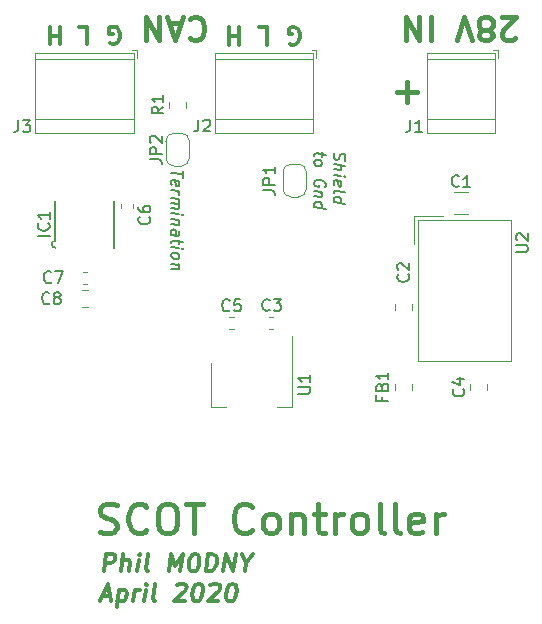
<source format=gbr>
G04 #@! TF.GenerationSoftware,KiCad,Pcbnew,5.1.5-52549c5~86~ubuntu18.04.1*
G04 #@! TF.CreationDate,2020-04-19T01:33:55+01:00*
G04 #@! TF.ProjectId,scot-controller,73636f74-2d63-46f6-9e74-726f6c6c6572,rev?*
G04 #@! TF.SameCoordinates,Original*
G04 #@! TF.FileFunction,Legend,Top*
G04 #@! TF.FilePolarity,Positive*
%FSLAX46Y46*%
G04 Gerber Fmt 4.6, Leading zero omitted, Abs format (unit mm)*
G04 Created by KiCad (PCBNEW 5.1.5-52549c5~86~ubuntu18.04.1) date 2020-04-19 01:33:55*
%MOMM*%
%LPD*%
G04 APERTURE LIST*
%ADD10C,0.150000*%
%ADD11C,0.300000*%
%ADD12C,0.450000*%
%ADD13C,0.400000*%
%ADD14C,0.120000*%
G04 APERTURE END LIST*
D10*
X211926419Y-78719510D02*
X211926419Y-79290938D01*
X210926419Y-78880224D02*
X211926419Y-79005224D01*
X210974038Y-79886176D02*
X210926419Y-79784986D01*
X210926419Y-79594510D01*
X210974038Y-79505224D01*
X211069276Y-79469510D01*
X211450228Y-79517129D01*
X211545466Y-79576652D01*
X211593085Y-79677843D01*
X211593085Y-79868319D01*
X211545466Y-79957605D01*
X211450228Y-79993319D01*
X211354990Y-79981414D01*
X211259752Y-79493319D01*
X210926419Y-80356414D02*
X211593085Y-80439748D01*
X211402609Y-80415938D02*
X211497847Y-80475462D01*
X211545466Y-80529033D01*
X211593085Y-80630224D01*
X211593085Y-80725462D01*
X210926419Y-80975462D02*
X211593085Y-81058795D01*
X211497847Y-81046891D02*
X211545466Y-81100462D01*
X211593085Y-81201652D01*
X211593085Y-81344510D01*
X211545466Y-81433795D01*
X211450228Y-81469510D01*
X210926419Y-81404033D01*
X211450228Y-81469510D02*
X211545466Y-81529033D01*
X211593085Y-81630224D01*
X211593085Y-81773081D01*
X211545466Y-81862367D01*
X211450228Y-81898081D01*
X210926419Y-81832605D01*
X210926419Y-82308795D02*
X211593085Y-82392129D01*
X211926419Y-82433795D02*
X211878800Y-82380224D01*
X211831180Y-82421891D01*
X211878800Y-82475462D01*
X211926419Y-82433795D01*
X211831180Y-82421891D01*
X211593085Y-82868319D02*
X210926419Y-82784986D01*
X211497847Y-82856414D02*
X211545466Y-82909986D01*
X211593085Y-83011176D01*
X211593085Y-83154033D01*
X211545466Y-83243319D01*
X211450228Y-83279033D01*
X210926419Y-83213557D01*
X210926419Y-84118319D02*
X211450228Y-84183795D01*
X211545466Y-84148081D01*
X211593085Y-84058795D01*
X211593085Y-83868319D01*
X211545466Y-83767129D01*
X210974038Y-84124272D02*
X210926419Y-84023081D01*
X210926419Y-83784986D01*
X210974038Y-83695700D01*
X211069276Y-83659986D01*
X211164514Y-83671891D01*
X211259752Y-83731414D01*
X211307371Y-83832605D01*
X211307371Y-84070700D01*
X211354990Y-84171891D01*
X211593085Y-84534986D02*
X211593085Y-84915938D01*
X211926419Y-84719510D02*
X211069276Y-84612367D01*
X210974038Y-84648081D01*
X210926419Y-84737367D01*
X210926419Y-84832605D01*
X210926419Y-85165938D02*
X211593085Y-85249272D01*
X211926419Y-85290938D02*
X211878800Y-85237367D01*
X211831180Y-85279033D01*
X211878800Y-85332605D01*
X211926419Y-85290938D01*
X211831180Y-85279033D01*
X210926419Y-85784986D02*
X210974038Y-85695700D01*
X211021657Y-85654033D01*
X211116895Y-85618319D01*
X211402609Y-85654033D01*
X211497847Y-85713557D01*
X211545466Y-85767129D01*
X211593085Y-85868319D01*
X211593085Y-86011176D01*
X211545466Y-86100462D01*
X211497847Y-86142129D01*
X211402609Y-86177843D01*
X211116895Y-86142129D01*
X211021657Y-86082605D01*
X210974038Y-86029033D01*
X210926419Y-85927843D01*
X210926419Y-85784986D01*
X211593085Y-86630224D02*
X210926419Y-86546891D01*
X211497847Y-86618319D02*
X211545466Y-86671891D01*
X211593085Y-86773081D01*
X211593085Y-86915938D01*
X211545466Y-87005224D01*
X211450228Y-87040938D01*
X210926419Y-86975462D01*
X224702238Y-77160280D02*
X224654619Y-77297185D01*
X224654619Y-77535280D01*
X224702238Y-77636471D01*
X224749857Y-77690042D01*
X224845095Y-77749566D01*
X224940333Y-77761471D01*
X225035571Y-77725757D01*
X225083190Y-77684090D01*
X225130809Y-77594804D01*
X225178428Y-77410280D01*
X225226047Y-77320995D01*
X225273666Y-77279328D01*
X225368904Y-77243614D01*
X225464142Y-77255519D01*
X225559380Y-77315042D01*
X225607000Y-77368614D01*
X225654619Y-77469804D01*
X225654619Y-77707900D01*
X225607000Y-77844804D01*
X224654619Y-78154328D02*
X225654619Y-78279328D01*
X224654619Y-78582900D02*
X225178428Y-78648376D01*
X225273666Y-78612661D01*
X225321285Y-78523376D01*
X225321285Y-78380519D01*
X225273666Y-78279328D01*
X225226047Y-78225757D01*
X224654619Y-79059090D02*
X225321285Y-79142423D01*
X225654619Y-79184090D02*
X225607000Y-79130519D01*
X225559380Y-79172185D01*
X225607000Y-79225757D01*
X225654619Y-79184090D01*
X225559380Y-79172185D01*
X224702238Y-79922185D02*
X224654619Y-79820995D01*
X224654619Y-79630519D01*
X224702238Y-79541233D01*
X224797476Y-79505519D01*
X225178428Y-79553138D01*
X225273666Y-79612661D01*
X225321285Y-79713852D01*
X225321285Y-79904328D01*
X225273666Y-79993614D01*
X225178428Y-80029328D01*
X225083190Y-80017423D01*
X224987952Y-79529328D01*
X224654619Y-80535280D02*
X224702238Y-80445995D01*
X224797476Y-80410280D01*
X225654619Y-80517423D01*
X224654619Y-81344804D02*
X225654619Y-81469804D01*
X224702238Y-81350757D02*
X224654619Y-81249566D01*
X224654619Y-81059090D01*
X224702238Y-80969804D01*
X224749857Y-80928138D01*
X224845095Y-80892423D01*
X225130809Y-80928138D01*
X225226047Y-80987661D01*
X225273666Y-81041233D01*
X225321285Y-81142423D01*
X225321285Y-81332900D01*
X225273666Y-81422185D01*
X223671285Y-77142423D02*
X223671285Y-77523376D01*
X224004619Y-77326947D02*
X223147476Y-77219804D01*
X223052238Y-77255519D01*
X223004619Y-77344804D01*
X223004619Y-77440042D01*
X223004619Y-77916233D02*
X223052238Y-77826947D01*
X223099857Y-77785280D01*
X223195095Y-77749566D01*
X223480809Y-77785280D01*
X223576047Y-77844804D01*
X223623666Y-77898376D01*
X223671285Y-77999566D01*
X223671285Y-78142423D01*
X223623666Y-78231709D01*
X223576047Y-78273376D01*
X223480809Y-78309090D01*
X223195095Y-78273376D01*
X223099857Y-78213852D01*
X223052238Y-78160280D01*
X223004619Y-78059090D01*
X223004619Y-77916233D01*
X223957000Y-80082900D02*
X224004619Y-79993614D01*
X224004619Y-79850757D01*
X223957000Y-79701947D01*
X223861761Y-79594804D01*
X223766523Y-79535280D01*
X223576047Y-79463852D01*
X223433190Y-79445995D01*
X223242714Y-79469804D01*
X223147476Y-79505519D01*
X223052238Y-79588852D01*
X223004619Y-79725757D01*
X223004619Y-79820995D01*
X223052238Y-79969804D01*
X223099857Y-80023376D01*
X223433190Y-80065042D01*
X223433190Y-79874566D01*
X223671285Y-80523376D02*
X223004619Y-80440042D01*
X223576047Y-80511471D02*
X223623666Y-80565042D01*
X223671285Y-80666233D01*
X223671285Y-80809090D01*
X223623666Y-80898376D01*
X223528428Y-80934090D01*
X223004619Y-80868614D01*
X223004619Y-81773376D02*
X224004619Y-81898376D01*
X223052238Y-81779328D02*
X223004619Y-81678138D01*
X223004619Y-81487661D01*
X223052238Y-81398376D01*
X223099857Y-81356709D01*
X223195095Y-81320995D01*
X223480809Y-81356709D01*
X223576047Y-81416233D01*
X223623666Y-81469804D01*
X223671285Y-81570995D01*
X223671285Y-81761471D01*
X223623666Y-81850757D01*
D11*
X220942742Y-67933000D02*
X221085600Y-68004428D01*
X221299885Y-68004428D01*
X221514171Y-67933000D01*
X221657028Y-67790142D01*
X221728457Y-67647285D01*
X221799885Y-67361571D01*
X221799885Y-67147285D01*
X221728457Y-66861571D01*
X221657028Y-66718714D01*
X221514171Y-66575857D01*
X221299885Y-66504428D01*
X221157028Y-66504428D01*
X220942742Y-66575857D01*
X220871314Y-66647285D01*
X220871314Y-67147285D01*
X221157028Y-67147285D01*
X218331314Y-66504428D02*
X219045600Y-66504428D01*
X219045600Y-68004428D01*
X216684171Y-66504428D02*
X216684171Y-68004428D01*
X216684171Y-67290142D02*
X215827028Y-67290142D01*
X215827028Y-66504428D02*
X215827028Y-68004428D01*
X205728142Y-67907600D02*
X205871000Y-67979028D01*
X206085285Y-67979028D01*
X206299571Y-67907600D01*
X206442428Y-67764742D01*
X206513857Y-67621885D01*
X206585285Y-67336171D01*
X206585285Y-67121885D01*
X206513857Y-66836171D01*
X206442428Y-66693314D01*
X206299571Y-66550457D01*
X206085285Y-66479028D01*
X205942428Y-66479028D01*
X205728142Y-66550457D01*
X205656714Y-66621885D01*
X205656714Y-67121885D01*
X205942428Y-67121885D01*
X203091314Y-66479028D02*
X203805600Y-66479028D01*
X203805600Y-67979028D01*
X201469571Y-66479028D02*
X201469571Y-67979028D01*
X201469571Y-67264742D02*
X200612428Y-67264742D01*
X200612428Y-66479028D02*
X200612428Y-67979028D01*
D12*
X204883090Y-109266704D02*
X205240233Y-109385752D01*
X205835471Y-109385752D01*
X206073566Y-109266704D01*
X206192614Y-109147657D01*
X206311661Y-108909561D01*
X206311661Y-108671466D01*
X206192614Y-108433371D01*
X206073566Y-108314323D01*
X205835471Y-108195276D01*
X205359280Y-108076228D01*
X205121185Y-107957180D01*
X205002138Y-107838133D01*
X204883090Y-107600038D01*
X204883090Y-107361942D01*
X205002138Y-107123847D01*
X205121185Y-107004800D01*
X205359280Y-106885752D01*
X205954519Y-106885752D01*
X206311661Y-107004800D01*
X208811661Y-109147657D02*
X208692614Y-109266704D01*
X208335471Y-109385752D01*
X208097376Y-109385752D01*
X207740233Y-109266704D01*
X207502138Y-109028609D01*
X207383090Y-108790514D01*
X207264042Y-108314323D01*
X207264042Y-107957180D01*
X207383090Y-107480990D01*
X207502138Y-107242895D01*
X207740233Y-107004800D01*
X208097376Y-106885752D01*
X208335471Y-106885752D01*
X208692614Y-107004800D01*
X208811661Y-107123847D01*
X210359280Y-106885752D02*
X210835471Y-106885752D01*
X211073566Y-107004800D01*
X211311661Y-107242895D01*
X211430709Y-107719085D01*
X211430709Y-108552419D01*
X211311661Y-109028609D01*
X211073566Y-109266704D01*
X210835471Y-109385752D01*
X210359280Y-109385752D01*
X210121185Y-109266704D01*
X209883090Y-109028609D01*
X209764042Y-108552419D01*
X209764042Y-107719085D01*
X209883090Y-107242895D01*
X210121185Y-107004800D01*
X210359280Y-106885752D01*
X212144995Y-106885752D02*
X213573566Y-106885752D01*
X212859280Y-109385752D02*
X212859280Y-106885752D01*
X217740233Y-109147657D02*
X217621185Y-109266704D01*
X217264042Y-109385752D01*
X217025947Y-109385752D01*
X216668804Y-109266704D01*
X216430709Y-109028609D01*
X216311661Y-108790514D01*
X216192614Y-108314323D01*
X216192614Y-107957180D01*
X216311661Y-107480990D01*
X216430709Y-107242895D01*
X216668804Y-107004800D01*
X217025947Y-106885752D01*
X217264042Y-106885752D01*
X217621185Y-107004800D01*
X217740233Y-107123847D01*
X219168804Y-109385752D02*
X218930709Y-109266704D01*
X218811661Y-109147657D01*
X218692614Y-108909561D01*
X218692614Y-108195276D01*
X218811661Y-107957180D01*
X218930709Y-107838133D01*
X219168804Y-107719085D01*
X219525947Y-107719085D01*
X219764042Y-107838133D01*
X219883090Y-107957180D01*
X220002138Y-108195276D01*
X220002138Y-108909561D01*
X219883090Y-109147657D01*
X219764042Y-109266704D01*
X219525947Y-109385752D01*
X219168804Y-109385752D01*
X221073566Y-107719085D02*
X221073566Y-109385752D01*
X221073566Y-107957180D02*
X221192614Y-107838133D01*
X221430709Y-107719085D01*
X221787852Y-107719085D01*
X222025947Y-107838133D01*
X222144995Y-108076228D01*
X222144995Y-109385752D01*
X222978328Y-107719085D02*
X223930709Y-107719085D01*
X223335471Y-106885752D02*
X223335471Y-109028609D01*
X223454519Y-109266704D01*
X223692614Y-109385752D01*
X223930709Y-109385752D01*
X224764042Y-109385752D02*
X224764042Y-107719085D01*
X224764042Y-108195276D02*
X224883090Y-107957180D01*
X225002138Y-107838133D01*
X225240233Y-107719085D01*
X225478328Y-107719085D01*
X226668804Y-109385752D02*
X226430709Y-109266704D01*
X226311661Y-109147657D01*
X226192614Y-108909561D01*
X226192614Y-108195276D01*
X226311661Y-107957180D01*
X226430709Y-107838133D01*
X226668804Y-107719085D01*
X227025947Y-107719085D01*
X227264042Y-107838133D01*
X227383090Y-107957180D01*
X227502138Y-108195276D01*
X227502138Y-108909561D01*
X227383090Y-109147657D01*
X227264042Y-109266704D01*
X227025947Y-109385752D01*
X226668804Y-109385752D01*
X228930709Y-109385752D02*
X228692614Y-109266704D01*
X228573566Y-109028609D01*
X228573566Y-106885752D01*
X230240233Y-109385752D02*
X230002138Y-109266704D01*
X229883090Y-109028609D01*
X229883090Y-106885752D01*
X232144995Y-109266704D02*
X231906900Y-109385752D01*
X231430709Y-109385752D01*
X231192614Y-109266704D01*
X231073566Y-109028609D01*
X231073566Y-108076228D01*
X231192614Y-107838133D01*
X231430709Y-107719085D01*
X231906900Y-107719085D01*
X232144995Y-107838133D01*
X232264042Y-108076228D01*
X232264042Y-108314323D01*
X231073566Y-108552419D01*
X233335471Y-109385752D02*
X233335471Y-107719085D01*
X233335471Y-108195276D02*
X233454519Y-107957180D01*
X233573566Y-107838133D01*
X233811661Y-107719085D01*
X234049757Y-107719085D01*
D11*
X205038614Y-114727800D02*
X205752900Y-114727800D01*
X204842185Y-115156371D02*
X205529685Y-113656371D01*
X205842185Y-115156371D01*
X206467185Y-114156371D02*
X206279685Y-115656371D01*
X206458257Y-114227800D02*
X206610042Y-114156371D01*
X206895757Y-114156371D01*
X207029685Y-114227800D01*
X207092185Y-114299228D01*
X207145757Y-114442085D01*
X207092185Y-114870657D01*
X207002900Y-115013514D01*
X206922542Y-115084942D01*
X206770757Y-115156371D01*
X206485042Y-115156371D01*
X206351114Y-115084942D01*
X207699328Y-115156371D02*
X207824328Y-114156371D01*
X207788614Y-114442085D02*
X207877900Y-114299228D01*
X207958257Y-114227800D01*
X208110042Y-114156371D01*
X208252900Y-114156371D01*
X208627900Y-115156371D02*
X208752900Y-114156371D01*
X208815400Y-113656371D02*
X208735042Y-113727800D01*
X208797542Y-113799228D01*
X208877900Y-113727800D01*
X208815400Y-113656371D01*
X208797542Y-113799228D01*
X209556471Y-115156371D02*
X209422542Y-115084942D01*
X209368971Y-114942085D01*
X209529685Y-113656371D01*
X211368971Y-113799228D02*
X211449328Y-113727800D01*
X211601114Y-113656371D01*
X211958257Y-113656371D01*
X212092185Y-113727800D01*
X212154685Y-113799228D01*
X212208257Y-113942085D01*
X212190400Y-114084942D01*
X212092185Y-114299228D01*
X211127900Y-115156371D01*
X212056471Y-115156371D01*
X213172542Y-113656371D02*
X213315400Y-113656371D01*
X213449328Y-113727800D01*
X213511828Y-113799228D01*
X213565400Y-113942085D01*
X213601114Y-114227800D01*
X213556471Y-114584942D01*
X213449328Y-114870657D01*
X213360042Y-115013514D01*
X213279685Y-115084942D01*
X213127900Y-115156371D01*
X212985042Y-115156371D01*
X212851114Y-115084942D01*
X212788614Y-115013514D01*
X212735042Y-114870657D01*
X212699328Y-114584942D01*
X212743971Y-114227800D01*
X212851114Y-113942085D01*
X212940400Y-113799228D01*
X213020757Y-113727800D01*
X213172542Y-113656371D01*
X214226114Y-113799228D02*
X214306471Y-113727800D01*
X214458257Y-113656371D01*
X214815400Y-113656371D01*
X214949328Y-113727800D01*
X215011828Y-113799228D01*
X215065400Y-113942085D01*
X215047542Y-114084942D01*
X214949328Y-114299228D01*
X213985042Y-115156371D01*
X214913614Y-115156371D01*
X216029685Y-113656371D02*
X216172542Y-113656371D01*
X216306471Y-113727800D01*
X216368971Y-113799228D01*
X216422542Y-113942085D01*
X216458257Y-114227800D01*
X216413614Y-114584942D01*
X216306471Y-114870657D01*
X216217185Y-115013514D01*
X216136828Y-115084942D01*
X215985042Y-115156371D01*
X215842185Y-115156371D01*
X215708257Y-115084942D01*
X215645757Y-115013514D01*
X215592185Y-114870657D01*
X215556471Y-114584942D01*
X215601114Y-114227800D01*
X215708257Y-113942085D01*
X215797542Y-113799228D01*
X215877900Y-113727800D01*
X216029685Y-113656371D01*
X205183471Y-112616371D02*
X205370971Y-111116371D01*
X205942400Y-111116371D01*
X206076328Y-111187800D01*
X206138828Y-111259228D01*
X206192400Y-111402085D01*
X206165614Y-111616371D01*
X206076328Y-111759228D01*
X205995971Y-111830657D01*
X205844185Y-111902085D01*
X205272757Y-111902085D01*
X206683471Y-112616371D02*
X206870971Y-111116371D01*
X207326328Y-112616371D02*
X207424542Y-111830657D01*
X207370971Y-111687800D01*
X207237042Y-111616371D01*
X207022757Y-111616371D01*
X206870971Y-111687800D01*
X206790614Y-111759228D01*
X208040614Y-112616371D02*
X208165614Y-111616371D01*
X208228114Y-111116371D02*
X208147757Y-111187800D01*
X208210257Y-111259228D01*
X208290614Y-111187800D01*
X208228114Y-111116371D01*
X208210257Y-111259228D01*
X208969185Y-112616371D02*
X208835257Y-112544942D01*
X208781685Y-112402085D01*
X208942400Y-111116371D01*
X210683471Y-112616371D02*
X210870971Y-111116371D01*
X211237042Y-112187800D01*
X211870971Y-111116371D01*
X211683471Y-112616371D01*
X212870971Y-111116371D02*
X213013828Y-111116371D01*
X213147757Y-111187800D01*
X213210257Y-111259228D01*
X213263828Y-111402085D01*
X213299542Y-111687800D01*
X213254900Y-112044942D01*
X213147757Y-112330657D01*
X213058471Y-112473514D01*
X212978114Y-112544942D01*
X212826328Y-112616371D01*
X212683471Y-112616371D01*
X212549542Y-112544942D01*
X212487042Y-112473514D01*
X212433471Y-112330657D01*
X212397757Y-112044942D01*
X212442400Y-111687800D01*
X212549542Y-111402085D01*
X212638828Y-111259228D01*
X212719185Y-111187800D01*
X212870971Y-111116371D01*
X213826328Y-112616371D02*
X214013828Y-111116371D01*
X214370971Y-111116371D01*
X214576328Y-111187800D01*
X214701328Y-111330657D01*
X214754900Y-111473514D01*
X214790614Y-111759228D01*
X214763828Y-111973514D01*
X214656685Y-112259228D01*
X214567400Y-112402085D01*
X214406685Y-112544942D01*
X214183471Y-112616371D01*
X213826328Y-112616371D01*
X215326328Y-112616371D02*
X215513828Y-111116371D01*
X216183471Y-112616371D01*
X216370971Y-111116371D01*
X217272757Y-111902085D02*
X217183471Y-112616371D01*
X216870971Y-111116371D02*
X217272757Y-111902085D01*
X217870971Y-111116371D01*
D13*
X231698800Y-72059800D02*
X229997000Y-72059800D01*
X230835200Y-71196200D02*
X230835200Y-72898000D01*
X240023066Y-67452761D02*
X239927828Y-67548000D01*
X239737352Y-67643238D01*
X239261161Y-67643238D01*
X239070685Y-67548000D01*
X238975447Y-67452761D01*
X238880209Y-67262285D01*
X238880209Y-67071809D01*
X238975447Y-66786095D01*
X240118304Y-65643238D01*
X238880209Y-65643238D01*
X237737352Y-66786095D02*
X237927828Y-66881333D01*
X238023066Y-66976571D01*
X238118304Y-67167047D01*
X238118304Y-67262285D01*
X238023066Y-67452761D01*
X237927828Y-67548000D01*
X237737352Y-67643238D01*
X237356400Y-67643238D01*
X237165923Y-67548000D01*
X237070685Y-67452761D01*
X236975447Y-67262285D01*
X236975447Y-67167047D01*
X237070685Y-66976571D01*
X237165923Y-66881333D01*
X237356400Y-66786095D01*
X237737352Y-66786095D01*
X237927828Y-66690857D01*
X238023066Y-66595619D01*
X238118304Y-66405142D01*
X238118304Y-66024190D01*
X238023066Y-65833714D01*
X237927828Y-65738476D01*
X237737352Y-65643238D01*
X237356400Y-65643238D01*
X237165923Y-65738476D01*
X237070685Y-65833714D01*
X236975447Y-66024190D01*
X236975447Y-66405142D01*
X237070685Y-66595619D01*
X237165923Y-66690857D01*
X237356400Y-66786095D01*
X236404019Y-67643238D02*
X235737352Y-65643238D01*
X235070685Y-67643238D01*
X232880209Y-65643238D02*
X232880209Y-67643238D01*
X231927828Y-65643238D02*
X231927828Y-67643238D01*
X230784971Y-65643238D01*
X230784971Y-67643238D01*
X212461314Y-65833714D02*
X212556552Y-65738476D01*
X212842266Y-65643238D01*
X213032742Y-65643238D01*
X213318457Y-65738476D01*
X213508933Y-65928952D01*
X213604171Y-66119428D01*
X213699409Y-66500380D01*
X213699409Y-66786095D01*
X213604171Y-67167047D01*
X213508933Y-67357523D01*
X213318457Y-67548000D01*
X213032742Y-67643238D01*
X212842266Y-67643238D01*
X212556552Y-67548000D01*
X212461314Y-67452761D01*
X211699409Y-66214666D02*
X210747028Y-66214666D01*
X211889885Y-65643238D02*
X211223219Y-67643238D01*
X210556552Y-65643238D01*
X209889885Y-65643238D02*
X209889885Y-67643238D01*
X208747028Y-65643238D01*
X208747028Y-67643238D01*
D14*
X219562467Y-91057000D02*
X219219933Y-91057000D01*
X219562467Y-92077000D02*
X219219933Y-92077000D01*
D10*
X201106400Y-84610400D02*
G75*
G03X201106400Y-85210400I0J-300000D01*
G01*
X206106400Y-85210400D02*
X206106400Y-81210400D01*
X201106400Y-84610400D02*
X201106400Y-81210400D01*
D14*
X221138800Y-92699000D02*
X221138800Y-98709000D01*
X214318800Y-94949000D02*
X214318800Y-98709000D01*
X221138800Y-98709000D02*
X219878800Y-98709000D01*
X214318800Y-98709000D02*
X215578800Y-98709000D01*
X212165000Y-73353452D02*
X212165000Y-72830948D01*
X210745000Y-73353452D02*
X210745000Y-72830948D01*
X210455000Y-77600800D02*
X210455000Y-76200800D01*
X211155000Y-75500800D02*
X211755000Y-75500800D01*
X212455000Y-76200800D02*
X212455000Y-77600800D01*
X211755000Y-78300800D02*
X211155000Y-78300800D01*
X211155000Y-78300800D02*
G75*
G02X210455000Y-77600800I0J700000D01*
G01*
X212455000Y-77600800D02*
G75*
G02X211755000Y-78300800I-700000J0D01*
G01*
X211755000Y-75500800D02*
G75*
G02X212455000Y-76200800I0J-700000D01*
G01*
X210455000Y-76200800D02*
G75*
G02X211155000Y-75500800I700000J0D01*
G01*
X222361000Y-78817000D02*
X222361000Y-80217000D01*
X221661000Y-80917000D02*
X221061000Y-80917000D01*
X220361000Y-80217000D02*
X220361000Y-78817000D01*
X221061000Y-78117000D02*
X221661000Y-78117000D01*
X221661000Y-78117000D02*
G75*
G02X222361000Y-78817000I0J-700000D01*
G01*
X220361000Y-78817000D02*
G75*
G02X221061000Y-78117000I700000J0D01*
G01*
X221061000Y-80917000D02*
G75*
G02X220361000Y-80217000I0J700000D01*
G01*
X222361000Y-80217000D02*
G75*
G02X221661000Y-80917000I-700000J0D01*
G01*
X207981000Y-68475200D02*
X207581000Y-68475200D01*
X207981000Y-69115200D02*
X207981000Y-68475200D01*
X199421000Y-75455200D02*
X199421000Y-68715200D01*
X207741000Y-75455200D02*
X207741000Y-68715200D01*
X207741000Y-68715200D02*
X199421000Y-68715200D01*
X207741000Y-75455200D02*
X199421000Y-75455200D01*
X207741000Y-74335200D02*
X199421000Y-74335200D01*
X207741000Y-69235200D02*
X199421000Y-69235200D01*
X223195600Y-68475200D02*
X222795600Y-68475200D01*
X223195600Y-69115200D02*
X223195600Y-68475200D01*
X214635600Y-75455200D02*
X214635600Y-68715200D01*
X222955600Y-75455200D02*
X222955600Y-68715200D01*
X222955600Y-68715200D02*
X214635600Y-68715200D01*
X222955600Y-75455200D02*
X214635600Y-75455200D01*
X222955600Y-74335200D02*
X214635600Y-74335200D01*
X222955600Y-69235200D02*
X214635600Y-69235200D01*
X238562600Y-68475200D02*
X238162600Y-68475200D01*
X238562600Y-69115200D02*
X238562600Y-68475200D01*
X232542600Y-75455200D02*
X232542600Y-68715200D01*
X238322600Y-75455200D02*
X238322600Y-68715200D01*
X238322600Y-68715200D02*
X232542600Y-68715200D01*
X238322600Y-75455200D02*
X232542600Y-75455200D01*
X238322600Y-74335200D02*
X232542600Y-74335200D01*
X238322600Y-69235200D02*
X232542600Y-69235200D01*
X231316600Y-97263852D02*
X231316600Y-96741348D01*
X229896600Y-97263852D02*
X229896600Y-96741348D01*
X203361548Y-90219600D02*
X203884052Y-90219600D01*
X203361548Y-88799600D02*
X203884052Y-88799600D01*
X203449133Y-88267000D02*
X203791667Y-88267000D01*
X203449133Y-87247000D02*
X203791667Y-87247000D01*
X207672400Y-81846267D02*
X207672400Y-81503733D01*
X206652400Y-81846267D02*
X206652400Y-81503733D01*
X215844333Y-92077000D02*
X216186867Y-92077000D01*
X215844333Y-91057000D02*
X216186867Y-91057000D01*
X237641200Y-97272852D02*
X237641200Y-96750348D01*
X236221200Y-97272852D02*
X236221200Y-96750348D01*
X231839400Y-82889200D02*
X239689400Y-82889200D01*
X239689400Y-82889200D02*
X239689400Y-94829200D01*
X239689400Y-94829200D02*
X231839400Y-94829200D01*
X231839400Y-94829200D02*
X231839400Y-82889200D01*
X233959400Y-82559200D02*
X231509400Y-82559200D01*
X231509400Y-82559200D02*
X231509400Y-84889200D01*
X231316600Y-90491052D02*
X231316600Y-89968548D01*
X229896600Y-90491052D02*
X229896600Y-89968548D01*
X234841636Y-82342400D02*
X236045764Y-82342400D01*
X234841636Y-80522400D02*
X236045764Y-80522400D01*
D10*
X219240933Y-90450942D02*
X219193314Y-90498561D01*
X219050457Y-90546180D01*
X218955219Y-90546180D01*
X218812361Y-90498561D01*
X218717123Y-90403323D01*
X218669504Y-90308085D01*
X218621885Y-90117609D01*
X218621885Y-89974752D01*
X218669504Y-89784276D01*
X218717123Y-89689038D01*
X218812361Y-89593800D01*
X218955219Y-89546180D01*
X219050457Y-89546180D01*
X219193314Y-89593800D01*
X219240933Y-89641419D01*
X219574266Y-89546180D02*
X220193314Y-89546180D01*
X219859980Y-89927133D01*
X220002838Y-89927133D01*
X220098076Y-89974752D01*
X220145695Y-90022371D01*
X220193314Y-90117609D01*
X220193314Y-90355704D01*
X220145695Y-90450942D01*
X220098076Y-90498561D01*
X220002838Y-90546180D01*
X219717123Y-90546180D01*
X219621885Y-90498561D01*
X219574266Y-90450942D01*
X200608780Y-84186590D02*
X199608780Y-84186590D01*
X200513542Y-83138971D02*
X200561161Y-83186590D01*
X200608780Y-83329447D01*
X200608780Y-83424685D01*
X200561161Y-83567542D01*
X200465923Y-83662780D01*
X200370685Y-83710400D01*
X200180209Y-83758019D01*
X200037352Y-83758019D01*
X199846876Y-83710400D01*
X199751638Y-83662780D01*
X199656400Y-83567542D01*
X199608780Y-83424685D01*
X199608780Y-83329447D01*
X199656400Y-83186590D01*
X199704019Y-83138971D01*
X200608780Y-82186590D02*
X200608780Y-82758019D01*
X200608780Y-82472304D02*
X199608780Y-82472304D01*
X199751638Y-82567542D01*
X199846876Y-82662780D01*
X199894495Y-82758019D01*
X221681180Y-97560904D02*
X222490704Y-97560904D01*
X222585942Y-97513285D01*
X222633561Y-97465666D01*
X222681180Y-97370428D01*
X222681180Y-97179952D01*
X222633561Y-97084714D01*
X222585942Y-97037095D01*
X222490704Y-96989476D01*
X221681180Y-96989476D01*
X222681180Y-95989476D02*
X222681180Y-96560904D01*
X222681180Y-96275190D02*
X221681180Y-96275190D01*
X221824038Y-96370428D01*
X221919276Y-96465666D01*
X221966895Y-96560904D01*
X210257380Y-73258866D02*
X209781190Y-73592200D01*
X210257380Y-73830295D02*
X209257380Y-73830295D01*
X209257380Y-73449342D01*
X209305000Y-73354104D01*
X209352619Y-73306485D01*
X209447857Y-73258866D01*
X209590714Y-73258866D01*
X209685952Y-73306485D01*
X209733571Y-73354104D01*
X209781190Y-73449342D01*
X209781190Y-73830295D01*
X210257380Y-72306485D02*
X210257380Y-72877914D01*
X210257380Y-72592200D02*
X209257380Y-72592200D01*
X209400238Y-72687438D01*
X209495476Y-72782676D01*
X209543095Y-72877914D01*
X209107380Y-77734133D02*
X209821666Y-77734133D01*
X209964523Y-77781752D01*
X210059761Y-77876990D01*
X210107380Y-78019847D01*
X210107380Y-78115085D01*
X210107380Y-77257942D02*
X209107380Y-77257942D01*
X209107380Y-76876990D01*
X209155000Y-76781752D01*
X209202619Y-76734133D01*
X209297857Y-76686514D01*
X209440714Y-76686514D01*
X209535952Y-76734133D01*
X209583571Y-76781752D01*
X209631190Y-76876990D01*
X209631190Y-77257942D01*
X209202619Y-76305561D02*
X209155000Y-76257942D01*
X209107380Y-76162704D01*
X209107380Y-75924609D01*
X209155000Y-75829371D01*
X209202619Y-75781752D01*
X209297857Y-75734133D01*
X209393095Y-75734133D01*
X209535952Y-75781752D01*
X210107380Y-76353180D01*
X210107380Y-75734133D01*
X218679780Y-80335333D02*
X219394066Y-80335333D01*
X219536923Y-80382952D01*
X219632161Y-80478190D01*
X219679780Y-80621047D01*
X219679780Y-80716285D01*
X219679780Y-79859142D02*
X218679780Y-79859142D01*
X218679780Y-79478190D01*
X218727400Y-79382952D01*
X218775019Y-79335333D01*
X218870257Y-79287714D01*
X219013114Y-79287714D01*
X219108352Y-79335333D01*
X219155971Y-79382952D01*
X219203590Y-79478190D01*
X219203590Y-79859142D01*
X219679780Y-78335333D02*
X219679780Y-78906761D01*
X219679780Y-78621047D02*
X218679780Y-78621047D01*
X218822638Y-78716285D01*
X218917876Y-78811523D01*
X218965495Y-78906761D01*
X197964466Y-74407780D02*
X197964466Y-75122066D01*
X197916847Y-75264923D01*
X197821609Y-75360161D01*
X197678752Y-75407780D01*
X197583514Y-75407780D01*
X198345419Y-74407780D02*
X198964466Y-74407780D01*
X198631133Y-74788733D01*
X198773990Y-74788733D01*
X198869228Y-74836352D01*
X198916847Y-74883971D01*
X198964466Y-74979209D01*
X198964466Y-75217304D01*
X198916847Y-75312542D01*
X198869228Y-75360161D01*
X198773990Y-75407780D01*
X198488276Y-75407780D01*
X198393038Y-75360161D01*
X198345419Y-75312542D01*
X213204466Y-74356980D02*
X213204466Y-75071266D01*
X213156847Y-75214123D01*
X213061609Y-75309361D01*
X212918752Y-75356980D01*
X212823514Y-75356980D01*
X213633038Y-74452219D02*
X213680657Y-74404600D01*
X213775895Y-74356980D01*
X214013990Y-74356980D01*
X214109228Y-74404600D01*
X214156847Y-74452219D01*
X214204466Y-74547457D01*
X214204466Y-74642695D01*
X214156847Y-74785552D01*
X213585419Y-75356980D01*
X214204466Y-75356980D01*
X231162266Y-74382380D02*
X231162266Y-75096666D01*
X231114647Y-75239523D01*
X231019409Y-75334761D01*
X230876552Y-75382380D01*
X230781314Y-75382380D01*
X232162266Y-75382380D02*
X231590838Y-75382380D01*
X231876552Y-75382380D02*
X231876552Y-74382380D01*
X231781314Y-74525238D01*
X231686076Y-74620476D01*
X231590838Y-74668095D01*
X228757171Y-97835933D02*
X228757171Y-98169266D01*
X229280980Y-98169266D02*
X228280980Y-98169266D01*
X228280980Y-97693076D01*
X228757171Y-96978790D02*
X228804790Y-96835933D01*
X228852409Y-96788314D01*
X228947647Y-96740695D01*
X229090504Y-96740695D01*
X229185742Y-96788314D01*
X229233361Y-96835933D01*
X229280980Y-96931171D01*
X229280980Y-97312123D01*
X228280980Y-97312123D01*
X228280980Y-96978790D01*
X228328600Y-96883552D01*
X228376219Y-96835933D01*
X228471457Y-96788314D01*
X228566695Y-96788314D01*
X228661933Y-96835933D01*
X228709552Y-96883552D01*
X228757171Y-96978790D01*
X228757171Y-97312123D01*
X229280980Y-95788314D02*
X229280980Y-96359742D01*
X229280980Y-96074028D02*
X228280980Y-96074028D01*
X228423838Y-96169266D01*
X228519076Y-96264504D01*
X228566695Y-96359742D01*
X200594933Y-89892142D02*
X200547314Y-89939761D01*
X200404457Y-89987380D01*
X200309219Y-89987380D01*
X200166361Y-89939761D01*
X200071123Y-89844523D01*
X200023504Y-89749285D01*
X199975885Y-89558809D01*
X199975885Y-89415952D01*
X200023504Y-89225476D01*
X200071123Y-89130238D01*
X200166361Y-89035000D01*
X200309219Y-88987380D01*
X200404457Y-88987380D01*
X200547314Y-89035000D01*
X200594933Y-89082619D01*
X201166361Y-89415952D02*
X201071123Y-89368333D01*
X201023504Y-89320714D01*
X200975885Y-89225476D01*
X200975885Y-89177857D01*
X201023504Y-89082619D01*
X201071123Y-89035000D01*
X201166361Y-88987380D01*
X201356838Y-88987380D01*
X201452076Y-89035000D01*
X201499695Y-89082619D01*
X201547314Y-89177857D01*
X201547314Y-89225476D01*
X201499695Y-89320714D01*
X201452076Y-89368333D01*
X201356838Y-89415952D01*
X201166361Y-89415952D01*
X201071123Y-89463571D01*
X201023504Y-89511190D01*
X200975885Y-89606428D01*
X200975885Y-89796904D01*
X201023504Y-89892142D01*
X201071123Y-89939761D01*
X201166361Y-89987380D01*
X201356838Y-89987380D01*
X201452076Y-89939761D01*
X201499695Y-89892142D01*
X201547314Y-89796904D01*
X201547314Y-89606428D01*
X201499695Y-89511190D01*
X201452076Y-89463571D01*
X201356838Y-89415952D01*
X200747333Y-88114142D02*
X200699714Y-88161761D01*
X200556857Y-88209380D01*
X200461619Y-88209380D01*
X200318761Y-88161761D01*
X200223523Y-88066523D01*
X200175904Y-87971285D01*
X200128285Y-87780809D01*
X200128285Y-87637952D01*
X200175904Y-87447476D01*
X200223523Y-87352238D01*
X200318761Y-87257000D01*
X200461619Y-87209380D01*
X200556857Y-87209380D01*
X200699714Y-87257000D01*
X200747333Y-87304619D01*
X201080666Y-87209380D02*
X201747333Y-87209380D01*
X201318761Y-88209380D01*
X209043542Y-82589666D02*
X209091161Y-82637285D01*
X209138780Y-82780142D01*
X209138780Y-82875380D01*
X209091161Y-83018238D01*
X208995923Y-83113476D01*
X208900685Y-83161095D01*
X208710209Y-83208714D01*
X208567352Y-83208714D01*
X208376876Y-83161095D01*
X208281638Y-83113476D01*
X208186400Y-83018238D01*
X208138780Y-82875380D01*
X208138780Y-82780142D01*
X208186400Y-82637285D01*
X208234019Y-82589666D01*
X208138780Y-81732523D02*
X208138780Y-81923000D01*
X208186400Y-82018238D01*
X208234019Y-82065857D01*
X208376876Y-82161095D01*
X208567352Y-82208714D01*
X208948304Y-82208714D01*
X209043542Y-82161095D01*
X209091161Y-82113476D01*
X209138780Y-82018238D01*
X209138780Y-81827761D01*
X209091161Y-81732523D01*
X209043542Y-81684904D01*
X208948304Y-81637285D01*
X208710209Y-81637285D01*
X208614971Y-81684904D01*
X208567352Y-81732523D01*
X208519733Y-81827761D01*
X208519733Y-82018238D01*
X208567352Y-82113476D01*
X208614971Y-82161095D01*
X208710209Y-82208714D01*
X215848933Y-90494142D02*
X215801314Y-90541761D01*
X215658457Y-90589380D01*
X215563219Y-90589380D01*
X215420361Y-90541761D01*
X215325123Y-90446523D01*
X215277504Y-90351285D01*
X215229885Y-90160809D01*
X215229885Y-90017952D01*
X215277504Y-89827476D01*
X215325123Y-89732238D01*
X215420361Y-89637000D01*
X215563219Y-89589380D01*
X215658457Y-89589380D01*
X215801314Y-89637000D01*
X215848933Y-89684619D01*
X216753695Y-89589380D02*
X216277504Y-89589380D01*
X216229885Y-90065571D01*
X216277504Y-90017952D01*
X216372742Y-89970333D01*
X216610838Y-89970333D01*
X216706076Y-90017952D01*
X216753695Y-90065571D01*
X216801314Y-90160809D01*
X216801314Y-90398904D01*
X216753695Y-90494142D01*
X216706076Y-90541761D01*
X216610838Y-90589380D01*
X216372742Y-90589380D01*
X216277504Y-90541761D01*
X216229885Y-90494142D01*
X235638342Y-97178266D02*
X235685961Y-97225885D01*
X235733580Y-97368742D01*
X235733580Y-97463980D01*
X235685961Y-97606838D01*
X235590723Y-97702076D01*
X235495485Y-97749695D01*
X235305009Y-97797314D01*
X235162152Y-97797314D01*
X234971676Y-97749695D01*
X234876438Y-97702076D01*
X234781200Y-97606838D01*
X234733580Y-97463980D01*
X234733580Y-97368742D01*
X234781200Y-97225885D01*
X234828819Y-97178266D01*
X235066914Y-96321123D02*
X235733580Y-96321123D01*
X234685961Y-96559219D02*
X235400247Y-96797314D01*
X235400247Y-96178266D01*
X240121780Y-85571104D02*
X240931304Y-85571104D01*
X241026542Y-85523485D01*
X241074161Y-85475866D01*
X241121780Y-85380628D01*
X241121780Y-85190152D01*
X241074161Y-85094914D01*
X241026542Y-85047295D01*
X240931304Y-84999676D01*
X240121780Y-84999676D01*
X240217019Y-84571104D02*
X240169400Y-84523485D01*
X240121780Y-84428247D01*
X240121780Y-84190152D01*
X240169400Y-84094914D01*
X240217019Y-84047295D01*
X240312257Y-83999676D01*
X240407495Y-83999676D01*
X240550352Y-84047295D01*
X241121780Y-84618723D01*
X241121780Y-83999676D01*
X230963742Y-87466466D02*
X231011361Y-87514085D01*
X231058980Y-87656942D01*
X231058980Y-87752180D01*
X231011361Y-87895038D01*
X230916123Y-87990276D01*
X230820885Y-88037895D01*
X230630409Y-88085514D01*
X230487552Y-88085514D01*
X230297076Y-88037895D01*
X230201838Y-87990276D01*
X230106600Y-87895038D01*
X230058980Y-87752180D01*
X230058980Y-87656942D01*
X230106600Y-87514085D01*
X230154219Y-87466466D01*
X230154219Y-87085514D02*
X230106600Y-87037895D01*
X230058980Y-86942657D01*
X230058980Y-86704561D01*
X230106600Y-86609323D01*
X230154219Y-86561704D01*
X230249457Y-86514085D01*
X230344695Y-86514085D01*
X230487552Y-86561704D01*
X231058980Y-87133133D01*
X231058980Y-86514085D01*
X235277033Y-79969542D02*
X235229414Y-80017161D01*
X235086557Y-80064780D01*
X234991319Y-80064780D01*
X234848461Y-80017161D01*
X234753223Y-79921923D01*
X234705604Y-79826685D01*
X234657985Y-79636209D01*
X234657985Y-79493352D01*
X234705604Y-79302876D01*
X234753223Y-79207638D01*
X234848461Y-79112400D01*
X234991319Y-79064780D01*
X235086557Y-79064780D01*
X235229414Y-79112400D01*
X235277033Y-79160019D01*
X236229414Y-80064780D02*
X235657985Y-80064780D01*
X235943700Y-80064780D02*
X235943700Y-79064780D01*
X235848461Y-79207638D01*
X235753223Y-79302876D01*
X235657985Y-79350495D01*
M02*

</source>
